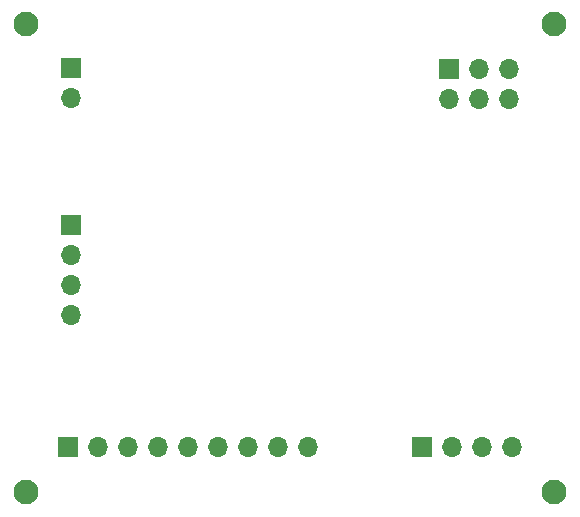
<source format=gbr>
%TF.GenerationSoftware,KiCad,Pcbnew,7.0.10*%
%TF.CreationDate,2024-02-27T03:30:34+03:00*%
%TF.ProjectId,Arduino_Datalogger,41726475-696e-46f5-9f44-6174616c6f67,1.0*%
%TF.SameCoordinates,Original*%
%TF.FileFunction,Soldermask,Bot*%
%TF.FilePolarity,Negative*%
%FSLAX46Y46*%
G04 Gerber Fmt 4.6, Leading zero omitted, Abs format (unit mm)*
G04 Created by KiCad (PCBNEW 7.0.10) date 2024-02-27 03:30:34*
%MOMM*%
%LPD*%
G01*
G04 APERTURE LIST*
%ADD10R,1.700000X1.700000*%
%ADD11O,1.700000X1.700000*%
%ADD12C,2.100000*%
G04 APERTURE END LIST*
D10*
%TO.C,J1*%
X135128000Y-85598000D03*
D11*
X135128000Y-88138000D03*
X135128000Y-90678000D03*
X135128000Y-93218000D03*
%TD*%
D12*
%TO.C,H1*%
X131318000Y-68580000D03*
%TD*%
D10*
%TO.C,J4*%
X134874000Y-104394000D03*
D11*
X137414000Y-104394000D03*
X139954000Y-104394000D03*
X142494000Y-104394000D03*
X145034000Y-104394000D03*
X147574000Y-104394000D03*
X150114000Y-104394000D03*
X152654000Y-104394000D03*
X155194000Y-104394000D03*
%TD*%
D12*
%TO.C,H4*%
X131318000Y-108204000D03*
%TD*%
D10*
%TO.C,J2*%
X164846000Y-104394000D03*
D11*
X167386000Y-104394000D03*
X169926000Y-104394000D03*
X172466000Y-104394000D03*
%TD*%
D10*
%TO.C,J3*%
X167132000Y-72405000D03*
D11*
X167132000Y-74945000D03*
X169672000Y-72405000D03*
X169672000Y-74945000D03*
X172212000Y-72405000D03*
X172212000Y-74945000D03*
%TD*%
D12*
%TO.C,H2*%
X176022000Y-68580000D03*
%TD*%
D10*
%TO.C,BT1*%
X135128000Y-72248000D03*
D11*
X135128000Y-74788000D03*
%TD*%
D12*
%TO.C,H3*%
X176022000Y-108204000D03*
%TD*%
M02*

</source>
